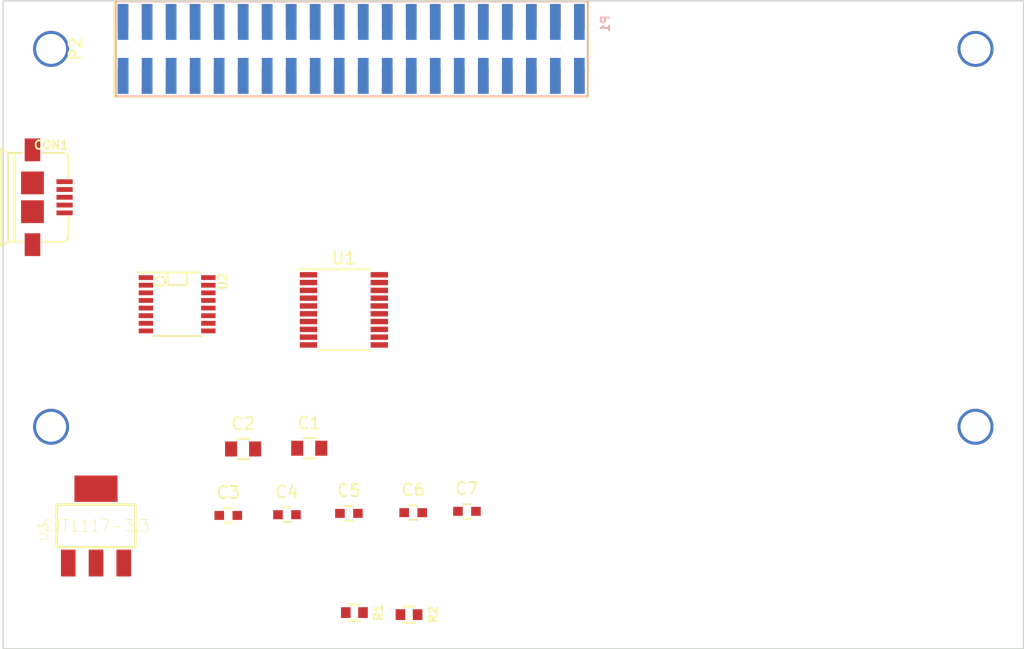
<source format=kicad_pcb>
(kicad_pcb (version 4) (host pcbnew "(2015-11-19 BZR 6326)-product")

  (general
    (links 68)
    (no_connects 68)
    (area 99.949999 99.949999 185.049493 154.050001)
    (thickness 1.6)
    (drawings 4)
    (tracks 0)
    (zones 0)
    (modules 19)
    (nets 79)
  )

  (page A4)
  (title_block
    (title "96Boards Mezzanine Project Template")
    (date 2015-08-08)
    (rev A)
    (company "Linaro Ltd")
  )

  (layers
    (0 F.Cu signal)
    (31 B.Cu signal hide)
    (32 B.Adhes user)
    (33 F.Adhes user)
    (34 B.Paste user)
    (35 F.Paste user)
    (36 B.SilkS user)
    (37 F.SilkS user)
    (38 B.Mask user)
    (39 F.Mask user)
    (40 Dwgs.User user hide)
    (41 Cmts.User user)
    (42 Eco1.User user)
    (43 Eco2.User user)
    (44 Edge.Cuts user)
    (45 Margin user)
    (46 B.CrtYd user)
    (47 F.CrtYd user hide)
    (48 B.Fab user hide)
    (49 F.Fab user hide)
  )

  (setup
    (last_trace_width 0.254)
    (user_trace_width 0.254)
    (user_trace_width 0.381)
    (user_trace_width 0.635)
    (trace_clearance 0.1778)
    (zone_clearance 0.508)
    (zone_45_only yes)
    (trace_min 0.1778)
    (segment_width 0.2)
    (edge_width 0.1)
    (via_size 0.6)
    (via_drill 0.4)
    (via_min_size 0.4)
    (via_min_drill 0.3)
    (uvia_size 0.3)
    (uvia_drill 0.1)
    (uvias_allowed no)
    (uvia_min_size 0.2)
    (uvia_min_drill 0.1)
    (pcb_text_width 0.3)
    (pcb_text_size 1.5 1.5)
    (mod_edge_width 0.15)
    (mod_text_size 1 1)
    (mod_text_width 0.15)
    (pad_size 3 3)
    (pad_drill 2.5)
    (pad_to_mask_clearance 0)
    (aux_axis_origin 100 100)
    (grid_origin 100 100)
    (visible_elements FFFFFF7B)
    (pcbplotparams
      (layerselection 0x010ef_80000001)
      (usegerberextensions false)
      (excludeedgelayer true)
      (linewidth 0.100000)
      (plotframeref false)
      (viasonmask false)
      (mode 1)
      (useauxorigin false)
      (hpglpennumber 1)
      (hpglpenspeed 20)
      (hpglpendiameter 15)
      (hpglpenoverlay 2)
      (psnegative false)
      (psa4output false)
      (plotreference true)
      (plotvalue true)
      (plotinvisibletext false)
      (padsonsilk false)
      (subtractmaskfromsilk false)
      (outputformat 1)
      (mirror false)
      (drillshape 0)
      (scaleselection 1)
      (outputdirectory gerbers/))
  )

  (net 0 "")
  (net 1 +1V8)
  (net 2 GND)
  (net 3 +5V)
  (net 4 I2C0_SCL)
  (net 5 I2C0_SDA)
  (net 6 I2C1_SCL)
  (net 7 I2C1_SDA)
  (net 8 GPIO-A)
  (net 9 GPIO-B)
  (net 10 PWR_BTN_N)
  (net 11 RST_BTN_N)
  (net 12 SYS_DCIN)
  (net 13 +3V3)
  (net 14 "Net-(P1-Pad8)")
  (net 15 "Net-(P1-Pad10)")
  (net 16 "Net-(P1-Pad12)")
  (net 17 "Net-(P1-Pad14)")
  (net 18 "Net-(P1-Pad16)")
  (net 19 "Net-(P1-Pad18)")
  (net 20 "Net-(P1-Pad20)")
  (net 21 "Net-(P1-Pad22)")
  (net 22 "Net-(P1-Pad26)")
  (net 23 "Net-(P1-Pad28)")
  (net 24 "Net-(P1-Pad30)")
  (net 25 "Net-(P1-Pad32)")
  (net 26 "Net-(P1-Pad34)")
  (net 27 UART_CTS)
  (net 28 UART_TX)
  (net 29 UART_RX)
  (net 30 UART_RTS)
  (net 31 "Net-(P1-Pad11)")
  (net 32 "Net-(P1-Pad13)")
  (net 33 "Net-(P1-Pad25)")
  (net 34 "Net-(P1-Pad27)")
  (net 35 "Net-(P1-Pad29)")
  (net 36 "Net-(P1-Pad31)")
  (net 37 "Net-(P1-Pad33)")
  (net 38 "Net-(P2-Pad11)")
  (net 39 "Net-(P2-Pad13)")
  (net 40 "Net-(P2-Pad25)")
  (net 41 "Net-(P2-Pad27)")
  (net 42 "Net-(P2-Pad29)")
  (net 43 "Net-(P2-Pad31)")
  (net 44 "Net-(P2-Pad33)")
  (net 45 "Net-(P2-Pad8)")
  (net 46 "Net-(P2-Pad10)")
  (net 47 "Net-(P2-Pad12)")
  (net 48 "Net-(P2-Pad14)")
  (net 49 "Net-(P2-Pad16)")
  (net 50 "Net-(P2-Pad18)")
  (net 51 "Net-(P2-Pad20)")
  (net 52 "Net-(P2-Pad22)")
  (net 53 "Net-(P2-Pad26)")
  (net 54 "Net-(P2-Pad28)")
  (net 55 "Net-(P2-Pad30)")
  (net 56 "Net-(P2-Pad32)")
  (net 57 "Net-(P2-Pad34)")
  (net 58 "Net-(U1-Pad8)")
  (net 59 "Net-(U1-Pad9)")
  (net 60 "Net-(U1-Pad10)")
  (net 61 "Net-(U1-Pad12)")
  (net 62 "Net-(U1-Pad13)")
  (net 63 "Net-(U1-Pad14)")
  (net 64 "Net-(U1-Pad15)")
  (net 65 "Net-(U1-Pad16)")
  (net 66 "Net-(U1-Pad17)")
  (net 67 "Net-(U1-Pad18)")
  (net 68 "Net-(U1-Pad19)")
  (net 69 "Net-(U1-Pad20)")
  (net 70 +3V3_FTDI)
  (net 71 "Net-(C4-Pad1)")
  (net 72 "Net-(C5-Pad1)")
  (net 73 VBUS)
  (net 74 "Net-(CON1-Pad4)")
  (net 75 "Net-(R1-Pad1)")
  (net 76 "Net-(R2-Pad1)")
  (net 77 "Net-(U2-Pad14)")
  (net 78 "Net-(U2-Pad15)")

  (net_class Default "This is the default net class."
    (clearance 0.1778)
    (trace_width 0.254)
    (via_dia 0.6)
    (via_drill 0.4)
    (uvia_dia 0.3)
    (uvia_drill 0.1)
    (add_net +3V3)
    (add_net +3V3_FTDI)
    (add_net GPIO-A)
    (add_net GPIO-B)
    (add_net I2C0_SCL)
    (add_net I2C0_SDA)
    (add_net I2C1_SCL)
    (add_net I2C1_SDA)
    (add_net "Net-(C4-Pad1)")
    (add_net "Net-(C5-Pad1)")
    (add_net "Net-(CON1-Pad4)")
    (add_net "Net-(P1-Pad10)")
    (add_net "Net-(P1-Pad11)")
    (add_net "Net-(P1-Pad12)")
    (add_net "Net-(P1-Pad13)")
    (add_net "Net-(P1-Pad14)")
    (add_net "Net-(P1-Pad16)")
    (add_net "Net-(P1-Pad18)")
    (add_net "Net-(P1-Pad20)")
    (add_net "Net-(P1-Pad22)")
    (add_net "Net-(P1-Pad25)")
    (add_net "Net-(P1-Pad26)")
    (add_net "Net-(P1-Pad27)")
    (add_net "Net-(P1-Pad28)")
    (add_net "Net-(P1-Pad29)")
    (add_net "Net-(P1-Pad30)")
    (add_net "Net-(P1-Pad31)")
    (add_net "Net-(P1-Pad32)")
    (add_net "Net-(P1-Pad33)")
    (add_net "Net-(P1-Pad34)")
    (add_net "Net-(P1-Pad8)")
    (add_net "Net-(P2-Pad10)")
    (add_net "Net-(P2-Pad11)")
    (add_net "Net-(P2-Pad12)")
    (add_net "Net-(P2-Pad13)")
    (add_net "Net-(P2-Pad14)")
    (add_net "Net-(P2-Pad16)")
    (add_net "Net-(P2-Pad18)")
    (add_net "Net-(P2-Pad20)")
    (add_net "Net-(P2-Pad22)")
    (add_net "Net-(P2-Pad25)")
    (add_net "Net-(P2-Pad26)")
    (add_net "Net-(P2-Pad27)")
    (add_net "Net-(P2-Pad28)")
    (add_net "Net-(P2-Pad29)")
    (add_net "Net-(P2-Pad30)")
    (add_net "Net-(P2-Pad31)")
    (add_net "Net-(P2-Pad32)")
    (add_net "Net-(P2-Pad33)")
    (add_net "Net-(P2-Pad34)")
    (add_net "Net-(P2-Pad8)")
    (add_net "Net-(R1-Pad1)")
    (add_net "Net-(R2-Pad1)")
    (add_net "Net-(U1-Pad10)")
    (add_net "Net-(U1-Pad12)")
    (add_net "Net-(U1-Pad13)")
    (add_net "Net-(U1-Pad14)")
    (add_net "Net-(U1-Pad15)")
    (add_net "Net-(U1-Pad16)")
    (add_net "Net-(U1-Pad17)")
    (add_net "Net-(U1-Pad18)")
    (add_net "Net-(U1-Pad19)")
    (add_net "Net-(U1-Pad20)")
    (add_net "Net-(U1-Pad8)")
    (add_net "Net-(U1-Pad9)")
    (add_net "Net-(U2-Pad14)")
    (add_net "Net-(U2-Pad15)")
    (add_net PWR_BTN_N)
    (add_net RST_BTN_N)
    (add_net SYS_DCIN)
    (add_net UART_CTS)
    (add_net UART_RTS)
    (add_net UART_RX)
    (add_net UART_TX)
    (add_net VBUS)
  )

  (net_class Power ""
    (clearance 0.1778)
    (trace_width 0.381)
    (via_dia 0.6)
    (via_drill 0.4)
    (uvia_dia 0.3)
    (uvia_drill 0.1)
    (add_net +1V8)
    (add_net +5V)
    (add_net GND)
  )

  (module mezza:Pin_Header_SMD_2x20_Pitch2mm (layer F.Cu) (tedit 55F865FA) (tstamp 55E599EB)
    (at 110 105 90)
    (path /55D48226)
    (fp_text reference P2 (at 1 -4 270) (layer F.SilkS)
      (effects (font (size 1 1) (thickness 0.15)))
    )
    (fp_text value CONN_02X20 (at 1 -2 90) (layer F.Fab) hide
      (effects (font (size 1 1) (thickness 0.15)))
    )
    (fp_line (start -3 -0.75) (end -3 38.75) (layer F.SilkS) (width 0.15))
    (fp_line (start 5 38.75) (end 5 -0.75) (layer F.SilkS) (width 0.15))
    (fp_line (start 5 -0.75) (end -3 -0.75) (layer F.SilkS) (width 0.15))
    (fp_line (start 5 38.75) (end -3 38.75) (layer F.SilkS) (width 0.15))
    (pad 5 smd rect (at -1.65 4) (size 0.89 2.1) (layers F.Cu F.Paste F.Mask)
      (net 28 UART_TX))
    (pad 3 smd rect (at -1.65 2) (size 0.89 2.1) (layers F.Cu F.Paste F.Mask)
      (net 27 UART_CTS))
    (pad 4 smd rect (at 3.65 2) (size 0.89 2.1) (layers F.Cu F.Paste F.Mask)
      (net 10 PWR_BTN_N))
    (pad 2 smd rect (at 3.65 -0.01) (size 0.89 2.1) (layers F.Cu F.Paste F.Mask)
      (net 2 GND))
    (pad 1 smd rect (at -1.65 -0.01) (size 0.89 2.1) (layers F.Cu F.Paste F.Mask)
      (net 2 GND))
    (pad 7 smd rect (at -1.65 6) (size 0.89 2.1) (layers F.Cu F.Paste F.Mask)
      (net 29 UART_RX))
    (pad 9 smd rect (at -1.65 8) (size 0.89 2.1) (layers F.Cu F.Paste F.Mask)
      (net 30 UART_RTS))
    (pad 11 smd rect (at -1.65 10) (size 0.89 2.1) (layers F.Cu F.Paste F.Mask)
      (net 38 "Net-(P2-Pad11)"))
    (pad 13 smd rect (at -1.65 12) (size 0.89 2.1) (layers F.Cu F.Paste F.Mask)
      (net 39 "Net-(P2-Pad13)"))
    (pad 15 smd rect (at -1.65 14) (size 0.89 2.1) (layers F.Cu F.Paste F.Mask)
      (net 4 I2C0_SCL))
    (pad 17 smd rect (at -1.65 16) (size 0.89 2.1) (layers F.Cu F.Paste F.Mask)
      (net 5 I2C0_SDA))
    (pad 19 smd rect (at -1.65 18) (size 0.89 2.1) (layers F.Cu F.Paste F.Mask)
      (net 6 I2C1_SCL))
    (pad 21 smd rect (at -1.65 20) (size 0.89 2.1) (layers F.Cu F.Paste F.Mask)
      (net 7 I2C1_SDA))
    (pad 23 smd rect (at -1.65 22) (size 0.89 2.1) (layers F.Cu F.Paste F.Mask)
      (net 8 GPIO-A))
    (pad 25 smd rect (at -1.65 24) (size 0.89 2.1) (layers F.Cu F.Paste F.Mask)
      (net 40 "Net-(P2-Pad25)"))
    (pad 27 smd rect (at -1.65 26) (size 0.89 2.1) (layers F.Cu F.Paste F.Mask)
      (net 41 "Net-(P2-Pad27)"))
    (pad 29 smd rect (at -1.65 28) (size 0.89 2.1) (layers F.Cu F.Paste F.Mask)
      (net 42 "Net-(P2-Pad29)"))
    (pad 31 smd rect (at -1.65 30) (size 0.89 2.1) (layers F.Cu F.Paste F.Mask)
      (net 43 "Net-(P2-Pad31)"))
    (pad 33 smd rect (at -1.65 32) (size 0.89 2.1) (layers F.Cu F.Paste F.Mask)
      (net 44 "Net-(P2-Pad33)"))
    (pad 35 smd rect (at -1.65 34) (size 0.89 2.1) (layers F.Cu F.Paste F.Mask)
      (net 1 +1V8))
    (pad 37 smd rect (at -1.65 36) (size 0.89 2.1) (layers F.Cu F.Paste F.Mask)
      (net 3 +5V))
    (pad 39 smd rect (at -1.65 38) (size 0.89 2.1) (layers F.Cu F.Paste F.Mask)
      (net 2 GND))
    (pad 6 smd rect (at 3.65 4) (size 0.89 2.1) (layers F.Cu F.Paste F.Mask)
      (net 11 RST_BTN_N))
    (pad 8 smd rect (at 3.65 6) (size 0.89 2.1) (layers F.Cu F.Paste F.Mask)
      (net 45 "Net-(P2-Pad8)"))
    (pad 10 smd rect (at 3.65 8) (size 0.89 2.1) (layers F.Cu F.Paste F.Mask)
      (net 46 "Net-(P2-Pad10)"))
    (pad 12 smd rect (at 3.65 10) (size 0.89 2.1) (layers F.Cu F.Paste F.Mask)
      (net 47 "Net-(P2-Pad12)"))
    (pad 14 smd rect (at 3.65 12) (size 0.89 2.1) (layers F.Cu F.Paste F.Mask)
      (net 48 "Net-(P2-Pad14)"))
    (pad 16 smd rect (at 3.65 14) (size 0.89 2.1) (layers F.Cu F.Paste F.Mask)
      (net 49 "Net-(P2-Pad16)"))
    (pad 18 smd rect (at 3.65 16) (size 0.89 2.1) (layers F.Cu F.Paste F.Mask)
      (net 50 "Net-(P2-Pad18)"))
    (pad 20 smd rect (at 3.65 18) (size 0.89 2.1) (layers F.Cu F.Paste F.Mask)
      (net 51 "Net-(P2-Pad20)"))
    (pad 22 smd rect (at 3.65 20) (size 0.89 2.1) (layers F.Cu F.Paste F.Mask)
      (net 52 "Net-(P2-Pad22)"))
    (pad 24 smd rect (at 3.65 22) (size 0.89 2.1) (layers F.Cu F.Paste F.Mask)
      (net 9 GPIO-B))
    (pad 26 smd rect (at 3.65 24) (size 0.89 2.1) (layers F.Cu F.Paste F.Mask)
      (net 53 "Net-(P2-Pad26)"))
    (pad 28 smd rect (at 3.65 26) (size 0.89 2.1) (layers F.Cu F.Paste F.Mask)
      (net 54 "Net-(P2-Pad28)"))
    (pad 30 smd rect (at 3.65 28) (size 0.89 2.1) (layers F.Cu F.Paste F.Mask)
      (net 55 "Net-(P2-Pad30)"))
    (pad 32 smd rect (at 3.65 30) (size 0.89 2.1) (layers F.Cu F.Paste F.Mask)
      (net 56 "Net-(P2-Pad32)"))
    (pad 34 smd rect (at 3.65 32) (size 0.89 2.1) (layers F.Cu F.Paste F.Mask)
      (net 57 "Net-(P2-Pad34)"))
    (pad 36 smd rect (at 3.65 34) (size 0.89 2.1) (layers F.Cu F.Paste F.Mask)
      (net 12 SYS_DCIN))
    (pad 38 smd rect (at 3.65 36) (size 0.89 2.1) (layers F.Cu F.Paste F.Mask)
      (net 12 SYS_DCIN))
    (pad 40 smd rect (at 3.65 38) (size 0.89 2.1) (layers F.Cu F.Paste F.Mask)
      (net 2 GND))
    (model Socket_Strips.3dshapes/Socket_Strip_Straight_2x20.wrl
      (at (xyz 0.0394 -0.749 0.01576))
      (scale (xyz 0.787 0.787 0.5))
      (rotate (xyz 0 0 90))
    )
  )

  (module mezza:Socket_Strip_SMD_2x20_Pitch2mm (layer B.Cu) (tedit 55F9A19C) (tstamp 55DED247)
    (at 110 105 270)
    (path /55D44709)
    (attr smd)
    (fp_text reference P1 (at -3.095 -40.165 270) (layer B.SilkS)
      (effects (font (size 0.7 0.7) (thickness 0.15)) (justify mirror))
    )
    (fp_text value CONN_02X20 (at -1 2 270) (layer B.Fab) hide
      (effects (font (size 0.5 0.5) (thickness 0.125)) (justify mirror))
    )
    (fp_line (start -4.95 0.6) (end -4.95 -38.7) (layer B.SilkS) (width 0.15))
    (fp_line (start -4.95 -38.7) (end 2.95 -38.7) (layer B.SilkS) (width 0.15))
    (fp_line (start -4.95 0.6) (end 2.95 0.6) (layer B.SilkS) (width 0.15))
    (fp_line (start 2.95 0.6) (end 2.95 -38.7) (layer B.SilkS) (width 0.15))
    (pad "" np_thru_hole circle (at -1 -37) (size 1.2 1.2) (drill 1.2) (layers *.Cu *.Mask B.SilkS))
    (pad 1 smd rect (at 1.25 0) (size 0.89 3) (layers B.Cu B.Paste B.Mask)
      (net 2 GND))
    (pad 2 smd rect (at -3.25 0.01) (size 0.89 3) (layers B.Cu B.Paste B.Mask)
      (net 2 GND))
    (pad "" np_thru_hole circle (at -1 -1) (size 1.2 1.2) (drill 1.2) (layers *.Cu *.Mask B.SilkS))
    (pad 4 smd rect (at -3.25 -2) (size 0.89 3) (layers B.Cu B.Paste B.Mask)
      (net 10 PWR_BTN_N))
    (pad 6 smd rect (at -3.25 -4) (size 0.89 3) (layers B.Cu B.Paste B.Mask)
      (net 11 RST_BTN_N))
    (pad 8 smd rect (at -3.25 -6) (size 0.89 3) (layers B.Cu B.Paste B.Mask)
      (net 14 "Net-(P1-Pad8)"))
    (pad 10 smd rect (at -3.25 -8) (size 0.89 3) (layers B.Cu B.Paste B.Mask)
      (net 15 "Net-(P1-Pad10)"))
    (pad 12 smd rect (at -3.25 -10) (size 0.89 3) (layers B.Cu B.Paste B.Mask)
      (net 16 "Net-(P1-Pad12)"))
    (pad 14 smd rect (at -3.25 -12) (size 0.89 3) (layers B.Cu B.Paste B.Mask)
      (net 17 "Net-(P1-Pad14)"))
    (pad 16 smd rect (at -3.25 -14) (size 0.89 3) (layers B.Cu B.Paste B.Mask)
      (net 18 "Net-(P1-Pad16)"))
    (pad 18 smd rect (at -3.25 -16) (size 0.89 3) (layers B.Cu B.Paste B.Mask)
      (net 19 "Net-(P1-Pad18)"))
    (pad 20 smd rect (at -3.25 -18) (size 0.89 3) (layers B.Cu B.Paste B.Mask)
      (net 20 "Net-(P1-Pad20)"))
    (pad 22 smd rect (at -3.25 -20) (size 0.89 3) (layers B.Cu B.Paste B.Mask)
      (net 21 "Net-(P1-Pad22)"))
    (pad 24 smd rect (at -3.25 -22) (size 0.89 3) (layers B.Cu B.Paste B.Mask)
      (net 9 GPIO-B))
    (pad 26 smd rect (at -3.25 -24) (size 0.89 3) (layers B.Cu B.Paste B.Mask)
      (net 22 "Net-(P1-Pad26)"))
    (pad 28 smd rect (at -3.25 -26) (size 0.89 3) (layers B.Cu B.Paste B.Mask)
      (net 23 "Net-(P1-Pad28)"))
    (pad 30 smd rect (at -3.25 -28) (size 0.89 3) (layers B.Cu B.Paste B.Mask)
      (net 24 "Net-(P1-Pad30)"))
    (pad 32 smd rect (at -3.25 -30) (size 0.89 3) (layers B.Cu B.Paste B.Mask)
      (net 25 "Net-(P1-Pad32)"))
    (pad 34 smd rect (at -3.25 -32) (size 0.89 3) (layers B.Cu B.Paste B.Mask)
      (net 26 "Net-(P1-Pad34)"))
    (pad 36 smd rect (at -3.25 -34) (size 0.89 3) (layers B.Cu B.Paste B.Mask)
      (net 12 SYS_DCIN))
    (pad 38 smd rect (at -3.25 -36) (size 0.89 3) (layers B.Cu B.Paste B.Mask)
      (net 12 SYS_DCIN))
    (pad 40 smd rect (at -3.25 -38) (size 0.89 3) (layers B.Cu B.Paste B.Mask)
      (net 2 GND))
    (pad 3 smd rect (at 1.25 -2) (size 0.89 3) (layers B.Cu B.Paste B.Mask)
      (net 27 UART_CTS))
    (pad 5 smd rect (at 1.25 -4) (size 0.89 3) (layers B.Cu B.Paste B.Mask)
      (net 28 UART_TX))
    (pad 7 smd rect (at 1.25 -6) (size 0.89 3) (layers B.Cu B.Paste B.Mask)
      (net 29 UART_RX))
    (pad 9 smd rect (at 1.25 -8) (size 0.89 3) (layers B.Cu B.Paste B.Mask)
      (net 30 UART_RTS))
    (pad 11 smd rect (at 1.25 -10) (size 0.89 3) (layers B.Cu B.Paste B.Mask)
      (net 31 "Net-(P1-Pad11)"))
    (pad 13 smd rect (at 1.25 -12) (size 0.89 3) (layers B.Cu B.Paste B.Mask)
      (net 32 "Net-(P1-Pad13)"))
    (pad 15 smd rect (at 1.25 -14) (size 0.89 3) (layers B.Cu B.Paste B.Mask)
      (net 4 I2C0_SCL))
    (pad 17 smd rect (at 1.25 -16) (size 0.89 3) (layers B.Cu B.Paste B.Mask)
      (net 5 I2C0_SDA))
    (pad 19 smd rect (at 1.25 -18) (size 0.89 3) (layers B.Cu B.Paste B.Mask)
      (net 6 I2C1_SCL))
    (pad 21 smd rect (at 1.25 -20) (size 0.89 3) (layers B.Cu B.Paste B.Mask)
      (net 7 I2C1_SDA))
    (pad 23 smd rect (at 1.25 -22) (size 0.89 3) (layers B.Cu B.Paste B.Mask)
      (net 8 GPIO-A))
    (pad 25 smd rect (at 1.25 -24) (size 0.89 3) (layers B.Cu B.Paste B.Mask)
      (net 33 "Net-(P1-Pad25)"))
    (pad 27 smd rect (at 1.25 -26) (size 0.89 3) (layers B.Cu B.Paste B.Mask)
      (net 34 "Net-(P1-Pad27)"))
    (pad 29 smd rect (at 1.25 -28) (size 0.89 3) (layers B.Cu B.Paste B.Mask)
      (net 35 "Net-(P1-Pad29)"))
    (pad 31 smd rect (at 1.25 -30) (size 0.89 3) (layers B.Cu B.Paste B.Mask)
      (net 36 "Net-(P1-Pad31)"))
    (pad 33 smd rect (at 1.25 -32) (size 0.89 3) (layers B.Cu B.Paste B.Mask)
      (net 37 "Net-(P1-Pad33)"))
    (pad 35 smd rect (at 1.25 -34) (size 0.89 3) (layers B.Cu B.Paste B.Mask)
      (net 1 +1V8))
    (pad 37 smd rect (at 1.25 -36) (size 0.89 3) (layers B.Cu B.Paste B.Mask)
      (net 3 +5V))
    (pad 39 smd rect (at 1.25 -38) (size 0.89 3) (layers B.Cu B.Paste B.Mask)
      (net 2 GND))
    (model Pin_Headers.3dshapes/Pin_Header_Straight_2x20.wrl
      (at (xyz -0.0394 -0.749 0.01576))
      (scale (xyz 0.787 0.787 0.5))
      (rotate (xyz 0 0 90))
    )
  )

  (module Sensors:Hole_2.5MM locked (layer F.Cu) (tedit 55DECD77) (tstamp 55F48FD6)
    (at 104 138)
    (fp_text reference REF** (at 0 0.5) (layer F.SilkS) hide
      (effects (font (size 1 1) (thickness 0.15)))
    )
    (fp_text value Hole_2.5MM (at 0 -0.5) (layer F.Fab) hide
      (effects (font (size 1 1) (thickness 0.15)))
    )
    (pad 1 thru_hole circle (at 0 -2.5) (size 3 3) (drill 2.5) (layers *.Cu *.Mask))
  )

  (module Sensors:Hole_2.5MM locked (layer F.Cu) (tedit 55DECD77) (tstamp 55DED4DA)
    (at 181 138)
    (fp_text reference REF** (at 0 0.5) (layer F.SilkS) hide
      (effects (font (size 1 1) (thickness 0.15)))
    )
    (fp_text value Hole_2.5MM (at 0 -0.5) (layer F.Fab) hide
      (effects (font (size 1 1) (thickness 0.15)))
    )
    (pad 1 thru_hole circle (at 0 -2.5) (size 3 3) (drill 2.5) (layers *.Cu *.Mask))
  )

  (module Sensors:Hole_2.5MM locked (layer F.Cu) (tedit 55C6917D) (tstamp 55C69203)
    (at 181 104)
    (fp_text reference REF** (at 0 0.5) (layer F.SilkS) hide
      (effects (font (size 1 1) (thickness 0.15)))
    )
    (fp_text value Hole_2.5MM (at 0 -0.5) (layer F.Fab) hide
      (effects (font (size 1 1) (thickness 0.15)))
    )
    (pad 1 thru_hole circle (at 0 0) (size 3 3) (drill 2.5) (layers *.Cu *.Mask))
  )

  (module Sensors:Hole_2.5MM locked (layer F.Cu) (tedit 55C743C8) (tstamp 55C691E1)
    (at 104 104)
    (fp_text reference REF** (at 0 0.5) (layer F.SilkS) hide
      (effects (font (size 1 1) (thickness 0.15)))
    )
    (fp_text value Hole_2.5MM (at 0 -0.5) (layer F.Fab) hide
      (effects (font (size 1 1) (thickness 0.15)))
    )
    (pad 1 thru_hole circle (at 0 0) (size 3 3) (drill 2.5) (layers *.Cu *.Mask))
  )

  (module Capacitors_SMD:C_0805 (layer F.Cu) (tedit 5415D6EA) (tstamp 564CACD2)
    (at 125.5 137.29)
    (descr "Capacitor SMD 0805, reflow soldering, AVX (see smccp.pdf)")
    (tags "capacitor 0805")
    (path /55C57889)
    (attr smd)
    (fp_text reference C1 (at 0 -2.1) (layer F.SilkS)
      (effects (font (size 1 1) (thickness 0.15)))
    )
    (fp_text value 1uF (at 0 2.1) (layer F.Fab)
      (effects (font (size 1 1) (thickness 0.15)))
    )
    (fp_line (start -1.8 -1) (end 1.8 -1) (layer F.CrtYd) (width 0.05))
    (fp_line (start -1.8 1) (end 1.8 1) (layer F.CrtYd) (width 0.05))
    (fp_line (start -1.8 -1) (end -1.8 1) (layer F.CrtYd) (width 0.05))
    (fp_line (start 1.8 -1) (end 1.8 1) (layer F.CrtYd) (width 0.05))
    (fp_line (start 0.5 -0.85) (end -0.5 -0.85) (layer F.SilkS) (width 0.15))
    (fp_line (start -0.5 0.85) (end 0.5 0.85) (layer F.SilkS) (width 0.15))
    (pad 1 smd rect (at -1 0) (size 1 1.25) (layers F.Cu F.Paste F.Mask)
      (net 13 +3V3))
    (pad 2 smd rect (at 1 0) (size 1 1.25) (layers F.Cu F.Paste F.Mask)
      (net 2 GND))
    (model Capacitors_SMD.3dshapes/C_0805.wrl
      (at (xyz 0 0 0))
      (scale (xyz 1 1 1))
      (rotate (xyz 0 0 0))
    )
  )

  (module Capacitors_SMD:C_0805 (layer F.Cu) (tedit 5415D6EA) (tstamp 564CACDE)
    (at 119.99 137.35)
    (descr "Capacitor SMD 0805, reflow soldering, AVX (see smccp.pdf)")
    (tags "capacitor 0805")
    (path /55BEB167)
    (attr smd)
    (fp_text reference C2 (at 0 -2.1) (layer F.SilkS)
      (effects (font (size 1 1) (thickness 0.15)))
    )
    (fp_text value 1uF (at 0 2.1) (layer F.Fab)
      (effects (font (size 1 1) (thickness 0.15)))
    )
    (fp_line (start -1.8 -1) (end 1.8 -1) (layer F.CrtYd) (width 0.05))
    (fp_line (start -1.8 1) (end 1.8 1) (layer F.CrtYd) (width 0.05))
    (fp_line (start -1.8 -1) (end -1.8 1) (layer F.CrtYd) (width 0.05))
    (fp_line (start 1.8 -1) (end 1.8 1) (layer F.CrtYd) (width 0.05))
    (fp_line (start 0.5 -0.85) (end -0.5 -0.85) (layer F.SilkS) (width 0.15))
    (fp_line (start -0.5 0.85) (end 0.5 0.85) (layer F.SilkS) (width 0.15))
    (pad 1 smd rect (at -1 0) (size 1 1.25) (layers F.Cu F.Paste F.Mask)
      (net 1 +1V8))
    (pad 2 smd rect (at 1 0) (size 1 1.25) (layers F.Cu F.Paste F.Mask)
      (net 2 GND))
    (model Capacitors_SMD.3dshapes/C_0805.wrl
      (at (xyz 0 0 0))
      (scale (xyz 1 1 1))
      (rotate (xyz 0 0 0))
    )
  )

  (module Housings_SSOP:TSSOP-20_4.4x6.5mm_Pitch0.65mm (layer F.Cu) (tedit 54130A77) (tstamp 564CACFC)
    (at 128.39 125.755)
    (descr "20-Lead Plastic Thin Shrink Small Outline (ST)-4.4 mm Body [TSSOP] (see Microchip Packaging Specification 00000049BS.pdf)")
    (tags "SSOP 0.65")
    (path /55F16AB4)
    (attr smd)
    (fp_text reference U1 (at 0 -4.3) (layer F.SilkS)
      (effects (font (size 1 1) (thickness 0.15)))
    )
    (fp_text value TXS0108E (at 0 4.3) (layer F.Fab)
      (effects (font (size 1 1) (thickness 0.15)))
    )
    (fp_line (start -3.95 -3.55) (end -3.95 3.55) (layer F.CrtYd) (width 0.05))
    (fp_line (start 3.95 -3.55) (end 3.95 3.55) (layer F.CrtYd) (width 0.05))
    (fp_line (start -3.95 -3.55) (end 3.95 -3.55) (layer F.CrtYd) (width 0.05))
    (fp_line (start -3.95 3.55) (end 3.95 3.55) (layer F.CrtYd) (width 0.05))
    (fp_line (start -2.225 3.375) (end 2.225 3.375) (layer F.SilkS) (width 0.15))
    (fp_line (start -3.75 -3.375) (end 2.225 -3.375) (layer F.SilkS) (width 0.15))
    (pad 1 smd rect (at -2.95 -2.925) (size 1.45 0.45) (layers F.Cu F.Paste F.Mask)
      (net 4 I2C0_SCL))
    (pad 2 smd rect (at -2.95 -2.275) (size 1.45 0.45) (layers F.Cu F.Paste F.Mask)
      (net 13 +3V3))
    (pad 3 smd rect (at -2.95 -1.625) (size 1.45 0.45) (layers F.Cu F.Paste F.Mask)
      (net 6 I2C1_SCL))
    (pad 4 smd rect (at -2.95 -0.975) (size 1.45 0.45) (layers F.Cu F.Paste F.Mask)
      (net 7 I2C1_SDA))
    (pad 5 smd rect (at -2.95 -0.325) (size 1.45 0.45) (layers F.Cu F.Paste F.Mask)
      (net 5 I2C0_SDA))
    (pad 6 smd rect (at -2.95 0.325) (size 1.45 0.45) (layers F.Cu F.Paste F.Mask)
      (net 8 GPIO-A))
    (pad 7 smd rect (at -2.95 0.975) (size 1.45 0.45) (layers F.Cu F.Paste F.Mask)
      (net 9 GPIO-B))
    (pad 8 smd rect (at -2.95 1.625) (size 1.45 0.45) (layers F.Cu F.Paste F.Mask)
      (net 58 "Net-(U1-Pad8)"))
    (pad 9 smd rect (at -2.95 2.275) (size 1.45 0.45) (layers F.Cu F.Paste F.Mask)
      (net 59 "Net-(U1-Pad9)"))
    (pad 10 smd rect (at -2.95 2.925) (size 1.45 0.45) (layers F.Cu F.Paste F.Mask)
      (net 60 "Net-(U1-Pad10)"))
    (pad 11 smd rect (at 2.95 2.925) (size 1.45 0.45) (layers F.Cu F.Paste F.Mask)
      (net 2 GND))
    (pad 12 smd rect (at 2.95 2.275) (size 1.45 0.45) (layers F.Cu F.Paste F.Mask)
      (net 61 "Net-(U1-Pad12)"))
    (pad 13 smd rect (at 2.95 1.625) (size 1.45 0.45) (layers F.Cu F.Paste F.Mask)
      (net 62 "Net-(U1-Pad13)"))
    (pad 14 smd rect (at 2.95 0.975) (size 1.45 0.45) (layers F.Cu F.Paste F.Mask)
      (net 63 "Net-(U1-Pad14)"))
    (pad 15 smd rect (at 2.95 0.325) (size 1.45 0.45) (layers F.Cu F.Paste F.Mask)
      (net 64 "Net-(U1-Pad15)"))
    (pad 16 smd rect (at 2.95 -0.325) (size 1.45 0.45) (layers F.Cu F.Paste F.Mask)
      (net 65 "Net-(U1-Pad16)"))
    (pad 17 smd rect (at 2.95 -0.975) (size 1.45 0.45) (layers F.Cu F.Paste F.Mask)
      (net 66 "Net-(U1-Pad17)"))
    (pad 18 smd rect (at 2.95 -1.625) (size 1.45 0.45) (layers F.Cu F.Paste F.Mask)
      (net 67 "Net-(U1-Pad18)"))
    (pad 19 smd rect (at 2.95 -2.275) (size 1.45 0.45) (layers F.Cu F.Paste F.Mask)
      (net 68 "Net-(U1-Pad19)"))
    (pad 20 smd rect (at 2.95 -2.925) (size 1.45 0.45) (layers F.Cu F.Paste F.Mask)
      (net 69 "Net-(U1-Pad20)"))
    (model Housings_SSOP.3dshapes/TSSOP-20_4.4x6.5mm_Pitch0.65mm.wrl
      (at (xyz 0 0 0))
      (scale (xyz 1 1 1))
      (rotate (xyz 0 0 0))
    )
  )

  (module mezza:SOT223 (layer F.Cu) (tedit 0) (tstamp 564CAD15)
    (at 107.741 143.761)
    (descr "<b>SMALL OUTLINE TRANSISTOR</b>")
    (path /55BEAC34)
    (solder_mask_margin 0.1)
    (attr smd)
    (fp_text reference U3 (at -4.3688 0.508 90) (layer F.SilkS)
      (effects (font (size 0.8 0.8) (thickness 0.05)))
    )
    (fp_text value CJT1117-3.3 (at 0 0) (layer F.SilkS)
      (effects (font (size 1 0.9) (thickness 0.05)))
    )
    (fp_line (start 3.277 -1.778) (end 3.277 1.778) (layer F.SilkS) (width 0.2032))
    (fp_line (start 3.277 1.778) (end -3.277 1.778) (layer F.SilkS) (width 0.2032))
    (fp_line (start -3.277 1.778) (end -3.277 -1.778) (layer F.SilkS) (width 0.2032))
    (fp_line (start -3.277 -1.778) (end 3.277 -1.778) (layer F.SilkS) (width 0.2032))
    (fp_line (start -3.473 -4.483) (end 3.473 -4.483) (layer Dwgs.User) (width 0.0508))
    (fp_line (start 3.473 4.483) (end -3.473 4.483) (layer Dwgs.User) (width 0.0508))
    (fp_line (start -3.473 4.483) (end -3.473 -4.483) (layer Dwgs.User) (width 0.0508))
    (fp_line (start 3.473 -4.483) (end 3.473 4.483) (layer Dwgs.User) (width 0.0508))
    (fp_poly (pts (xy -1.6002 -3.6576) (xy 1.6002 -3.6576) (xy 1.6002 -1.8034) (xy -1.6002 -1.8034)) (layer Dwgs.User) (width 0.381))
    (fp_poly (pts (xy -0.4318 1.8034) (xy 0.4318 1.8034) (xy 0.4318 3.6576) (xy -0.4318 3.6576)) (layer Dwgs.User) (width 0.381))
    (fp_poly (pts (xy -2.7432 1.8034) (xy -1.8796 1.8034) (xy -1.8796 3.6576) (xy -2.7432 3.6576)) (layer Dwgs.User) (width 0.381))
    (fp_poly (pts (xy 1.8796 1.8034) (xy 2.7432 1.8034) (xy 2.7432 3.6576) (xy 1.8796 3.6576)) (layer Dwgs.User) (width 0.381))
    (fp_poly (pts (xy -1.6002 -3.6576) (xy 1.6002 -3.6576) (xy 1.6002 -1.8034) (xy -1.6002 -1.8034)) (layer Dwgs.User) (width 0.381))
    (fp_poly (pts (xy -0.4318 1.8034) (xy 0.4318 1.8034) (xy 0.4318 3.6576) (xy -0.4318 3.6576)) (layer Dwgs.User) (width 0.381))
    (fp_poly (pts (xy -2.7432 1.8034) (xy -1.8796 1.8034) (xy -1.8796 3.6576) (xy -2.7432 3.6576)) (layer Dwgs.User) (width 0.381))
    (fp_poly (pts (xy 1.8796 1.8034) (xy 2.7432 1.8034) (xy 2.7432 3.6576) (xy 1.8796 3.6576)) (layer Dwgs.User) (width 0.381))
    (fp_poly (pts (xy -1 -1) (xy 1 -1) (xy 1 1) (xy -1 1)) (layer Dwgs.User) (width 0.381))
    (pad 1 smd rect (at -2.311 3.099) (size 1.219 2.235) (layers F.Cu F.Paste F.Mask)
      (net 2 GND) (solder_mask_margin 0.2))
    (pad 2 smd rect (at 0 3.099) (size 1.219 2.235) (layers F.Cu F.Paste F.Mask)
      (net 1 +1V8) (solder_mask_margin 0.2))
    (pad 3 smd rect (at 2.311 3.099) (size 1.219 2.235) (layers F.Cu F.Paste F.Mask)
      (net 13 +3V3) (solder_mask_margin 0.2))
    (pad 4 smd rect (at 0 -3.099) (size 3.6 2.2) (layers F.Cu F.Paste F.Mask)
      (solder_mask_margin 0.2))
    (model TO_SOT_Packages_SMD.3dshapes/SOT-223.wrl
      (at (xyz 0 0 0))
      (scale (xyz 0.4 0.4 0.4))
      (rotate (xyz 0 0 0))
    )
  )

  (module Capacitors_SMD:C_0603 (layer F.Cu) (tedit 5415D631) (tstamp 56530431)
    (at 118.76 142.89)
    (descr "Capacitor SMD 0603, reflow soldering, AVX (see smccp.pdf)")
    (tags "capacitor 0603")
    (path /56433135)
    (attr smd)
    (fp_text reference C3 (at 0 -1.9) (layer F.SilkS)
      (effects (font (size 1 1) (thickness 0.15)))
    )
    (fp_text value 100nF (at 0 1.9) (layer F.Fab)
      (effects (font (size 1 1) (thickness 0.15)))
    )
    (fp_line (start -1.45 -0.75) (end 1.45 -0.75) (layer F.CrtYd) (width 0.05))
    (fp_line (start -1.45 0.75) (end 1.45 0.75) (layer F.CrtYd) (width 0.05))
    (fp_line (start -1.45 -0.75) (end -1.45 0.75) (layer F.CrtYd) (width 0.05))
    (fp_line (start 1.45 -0.75) (end 1.45 0.75) (layer F.CrtYd) (width 0.05))
    (fp_line (start -0.35 -0.6) (end 0.35 -0.6) (layer F.SilkS) (width 0.15))
    (fp_line (start 0.35 0.6) (end -0.35 0.6) (layer F.SilkS) (width 0.15))
    (pad 1 smd rect (at -0.75 0) (size 0.8 0.75) (layers F.Cu F.Paste F.Mask)
      (net 70 +3V3_FTDI))
    (pad 2 smd rect (at 0.75 0) (size 0.8 0.75) (layers F.Cu F.Paste F.Mask)
      (net 2 GND))
    (model Capacitors_SMD.3dshapes/C_0603.wrl
      (at (xyz 0 0 0))
      (scale (xyz 1 1 1))
      (rotate (xyz 0 0 0))
    )
  )

  (module Capacitors_SMD:C_0603 (layer F.Cu) (tedit 5415D631) (tstamp 5653043D)
    (at 123.65 142.83)
    (descr "Capacitor SMD 0603, reflow soldering, AVX (see smccp.pdf)")
    (tags "capacitor 0603")
    (path /564CE22E)
    (attr smd)
    (fp_text reference C4 (at 0 -1.9) (layer F.SilkS)
      (effects (font (size 1 1) (thickness 0.15)))
    )
    (fp_text value 39pF (at 0 1.9) (layer F.Fab)
      (effects (font (size 1 1) (thickness 0.15)))
    )
    (fp_line (start -1.45 -0.75) (end 1.45 -0.75) (layer F.CrtYd) (width 0.05))
    (fp_line (start -1.45 0.75) (end 1.45 0.75) (layer F.CrtYd) (width 0.05))
    (fp_line (start -1.45 -0.75) (end -1.45 0.75) (layer F.CrtYd) (width 0.05))
    (fp_line (start 1.45 -0.75) (end 1.45 0.75) (layer F.CrtYd) (width 0.05))
    (fp_line (start -0.35 -0.6) (end 0.35 -0.6) (layer F.SilkS) (width 0.15))
    (fp_line (start 0.35 0.6) (end -0.35 0.6) (layer F.SilkS) (width 0.15))
    (pad 1 smd rect (at -0.75 0) (size 0.8 0.75) (layers F.Cu F.Paste F.Mask)
      (net 71 "Net-(C4-Pad1)"))
    (pad 2 smd rect (at 0.75 0) (size 0.8 0.75) (layers F.Cu F.Paste F.Mask)
      (net 2 GND))
    (model Capacitors_SMD.3dshapes/C_0603.wrl
      (at (xyz 0 0 0))
      (scale (xyz 1 1 1))
      (rotate (xyz 0 0 0))
    )
  )

  (module Capacitors_SMD:C_0603 (layer F.Cu) (tedit 5415D631) (tstamp 56530449)
    (at 128.81 142.72)
    (descr "Capacitor SMD 0603, reflow soldering, AVX (see smccp.pdf)")
    (tags "capacitor 0603")
    (path /564CDF7A)
    (attr smd)
    (fp_text reference C5 (at 0 -1.9) (layer F.SilkS)
      (effects (font (size 1 1) (thickness 0.15)))
    )
    (fp_text value 39pF (at 0 1.9) (layer F.Fab)
      (effects (font (size 1 1) (thickness 0.15)))
    )
    (fp_line (start -1.45 -0.75) (end 1.45 -0.75) (layer F.CrtYd) (width 0.05))
    (fp_line (start -1.45 0.75) (end 1.45 0.75) (layer F.CrtYd) (width 0.05))
    (fp_line (start -1.45 -0.75) (end -1.45 0.75) (layer F.CrtYd) (width 0.05))
    (fp_line (start 1.45 -0.75) (end 1.45 0.75) (layer F.CrtYd) (width 0.05))
    (fp_line (start -0.35 -0.6) (end 0.35 -0.6) (layer F.SilkS) (width 0.15))
    (fp_line (start 0.35 0.6) (end -0.35 0.6) (layer F.SilkS) (width 0.15))
    (pad 1 smd rect (at -0.75 0) (size 0.8 0.75) (layers F.Cu F.Paste F.Mask)
      (net 72 "Net-(C5-Pad1)"))
    (pad 2 smd rect (at 0.75 0) (size 0.8 0.75) (layers F.Cu F.Paste F.Mask)
      (net 2 GND))
    (model Capacitors_SMD.3dshapes/C_0603.wrl
      (at (xyz 0 0 0))
      (scale (xyz 1 1 1))
      (rotate (xyz 0 0 0))
    )
  )

  (module Capacitors_SMD:C_0603 (layer F.Cu) (tedit 5415D631) (tstamp 56530455)
    (at 134.16 142.66)
    (descr "Capacitor SMD 0603, reflow soldering, AVX (see smccp.pdf)")
    (tags "capacitor 0603")
    (path /564CED04)
    (attr smd)
    (fp_text reference C6 (at 0 -1.9) (layer F.SilkS)
      (effects (font (size 1 1) (thickness 0.15)))
    )
    (fp_text value 1uF (at 0 1.9) (layer F.Fab)
      (effects (font (size 1 1) (thickness 0.15)))
    )
    (fp_line (start -1.45 -0.75) (end 1.45 -0.75) (layer F.CrtYd) (width 0.05))
    (fp_line (start -1.45 0.75) (end 1.45 0.75) (layer F.CrtYd) (width 0.05))
    (fp_line (start -1.45 -0.75) (end -1.45 0.75) (layer F.CrtYd) (width 0.05))
    (fp_line (start 1.45 -0.75) (end 1.45 0.75) (layer F.CrtYd) (width 0.05))
    (fp_line (start -0.35 -0.6) (end 0.35 -0.6) (layer F.SilkS) (width 0.15))
    (fp_line (start 0.35 0.6) (end -0.35 0.6) (layer F.SilkS) (width 0.15))
    (pad 1 smd rect (at -0.75 0) (size 0.8 0.75) (layers F.Cu F.Paste F.Mask)
      (net 73 VBUS))
    (pad 2 smd rect (at 0.75 0) (size 0.8 0.75) (layers F.Cu F.Paste F.Mask)
      (net 2 GND))
    (model Capacitors_SMD.3dshapes/C_0603.wrl
      (at (xyz 0 0 0))
      (scale (xyz 1 1 1))
      (rotate (xyz 0 0 0))
    )
  )

  (module Capacitors_SMD:C_0603 (layer F.Cu) (tedit 5415D631) (tstamp 56530461)
    (at 138.64 142.55)
    (descr "Capacitor SMD 0603, reflow soldering, AVX (see smccp.pdf)")
    (tags "capacitor 0603")
    (path /564CED40)
    (attr smd)
    (fp_text reference C7 (at 0 -1.9) (layer F.SilkS)
      (effects (font (size 1 1) (thickness 0.15)))
    )
    (fp_text value 100nF (at 0 1.9) (layer F.Fab)
      (effects (font (size 1 1) (thickness 0.15)))
    )
    (fp_line (start -1.45 -0.75) (end 1.45 -0.75) (layer F.CrtYd) (width 0.05))
    (fp_line (start -1.45 0.75) (end 1.45 0.75) (layer F.CrtYd) (width 0.05))
    (fp_line (start -1.45 -0.75) (end -1.45 0.75) (layer F.CrtYd) (width 0.05))
    (fp_line (start 1.45 -0.75) (end 1.45 0.75) (layer F.CrtYd) (width 0.05))
    (fp_line (start -0.35 -0.6) (end 0.35 -0.6) (layer F.SilkS) (width 0.15))
    (fp_line (start 0.35 0.6) (end -0.35 0.6) (layer F.SilkS) (width 0.15))
    (pad 1 smd rect (at -0.75 0) (size 0.8 0.75) (layers F.Cu F.Paste F.Mask)
      (net 73 VBUS))
    (pad 2 smd rect (at 0.75 0) (size 0.8 0.75) (layers F.Cu F.Paste F.Mask)
      (net 2 GND))
    (model Capacitors_SMD.3dshapes/C_0603.wrl
      (at (xyz 0 0 0))
      (scale (xyz 1 1 1))
      (rotate (xyz 0 0 0))
    )
  )

  (module mezza:USB_MICRO_B_ST-USB-001E (layer F.Cu) (tedit 55BFAC4D) (tstamp 5653047B)
    (at 100.95 116.37 270)
    (descr "USB Micro-B 5-pin SMD connector")
    (tags "USB, Micro-B, connector")
    (path /564CD999)
    (attr smd)
    (fp_text reference CON1 (at -4.35 -3.05 360) (layer F.SilkS)
      (effects (font (size 0.7 0.7) (thickness 0.15)))
    )
    (fp_text value USB-MINI-B (at 0 2 270) (layer F.SilkS) hide
      (effects (font (size 0.5 0.5) (thickness 0.125)))
    )
    (fp_line (start 3.7 -0.7) (end 3.7 0.5) (layer F.SilkS) (width 0.15))
    (fp_line (start 3.7 -4) (end 3.7 -2.3) (layer F.SilkS) (width 0.15))
    (fp_line (start -3.7 -0.7) (end -3.7 0.5) (layer F.SilkS) (width 0.15))
    (fp_line (start -3.7 -2.3) (end -3.7 -4) (layer F.SilkS) (width 0.15))
    (fp_line (start 3.2 -4.5) (end 1.65 -4.5) (layer F.SilkS) (width 0.15))
    (fp_line (start -3.2 -4.5) (end -1.65 -4.5) (layer F.SilkS) (width 0.15))
    (fp_arc (start -3.2 -4) (end -3.7 -4) (angle 90) (layer F.SilkS) (width 0.15))
    (fp_arc (start 3.2 -4) (end 3.2 -4.5) (angle 90) (layer F.SilkS) (width 0.15))
    (fp_line (start -3.7 0) (end 3.7 0) (layer F.SilkS) (width 0.15))
    (fp_line (start -3.683 0.532) (end 3.683 0.532) (layer F.SilkS) (width 0.15))
    (fp_line (start 3.7 0.5) (end 4.05 1.13) (layer F.SilkS) (width 0.15))
    (fp_line (start 4.05 1.13) (end -4.05 1.13) (layer F.SilkS) (width 0.15))
    (fp_line (start -4.05 1.13) (end -3.7 0.5) (layer F.SilkS) (width 0.15))
    (pad 4 smd rect (at 0.65 -4.175 270) (size 0.4 1.35) (layers F.Cu F.Paste F.Mask)
      (net 74 "Net-(CON1-Pad4)"))
    (pad 2 smd rect (at -0.65 -4.175 270) (size 0.4 1.35) (layers F.Cu F.Paste F.Mask)
      (net 71 "Net-(C4-Pad1)"))
    (pad 3 smd rect (at 0 -4.175 270) (size 0.4 1.35) (layers F.Cu F.Paste F.Mask)
      (net 72 "Net-(C5-Pad1)"))
    (pad 1 smd rect (at -1.3 -4.175 270) (size 0.4 1.35) (layers F.Cu F.Paste F.Mask)
      (net 73 VBUS))
    (pad 5 smd rect (at 1.3 -4.175 270) (size 0.4 1.35) (layers F.Cu F.Paste F.Mask)
      (net 2 GND))
    (pad 6 smd rect (at 3.95 -1.5 270) (size 1.9 1.3) (layers F.Cu F.Paste F.Mask)
      (net 2 GND))
    (pad 7 smd rect (at 1.2 -1.5 270) (size 1.9 1.9) (layers F.Cu F.Paste F.Mask)
      (net 2 GND))
    (pad 8 smd rect (at -1.2 -1.5 270) (size 1.9 1.9) (layers F.Cu F.Paste F.Mask)
      (net 2 GND))
    (pad 9 smd rect (at -3.95 -1.5 270) (size 1.9 1.3) (layers F.Cu F.Paste F.Mask)
      (net 2 GND))
  )

  (module mezza:R_0603_Seeed (layer F.Cu) (tedit 5590F8F4) (tstamp 56530487)
    (at 129.265 150.99)
    (descr "Resistor SMD 0603, reflow soldering, Vishay (see dcrcw.pdf)")
    (tags "resistor 0603")
    (path /564CE6D4)
    (attr smd)
    (fp_text reference R1 (at 2 0 90) (layer F.SilkS)
      (effects (font (size 0.7 0.7) (thickness 0.15)))
    )
    (fp_text value 22R (at 0 0) (layer F.Fab)
      (effects (font (size 0.5 0.5) (thickness 0.125)))
    )
    (fp_line (start -1.3 -0.8) (end 1.3 -0.8) (layer F.CrtYd) (width 0.05))
    (fp_line (start -1.3 0.8) (end 1.3 0.8) (layer F.CrtYd) (width 0.05))
    (fp_line (start -1.3 -0.8) (end -1.3 0.8) (layer F.CrtYd) (width 0.05))
    (fp_line (start 1.3 -0.8) (end 1.3 0.8) (layer F.CrtYd) (width 0.05))
    (fp_line (start 0.5 0.675) (end -0.5 0.675) (layer F.SilkS) (width 0.15))
    (fp_line (start -0.5 -0.675) (end 0.5 -0.675) (layer F.SilkS) (width 0.15))
    (pad 1 smd rect (at -0.715 0) (size 0.8 0.9) (layers F.Cu F.Paste F.Mask)
      (net 75 "Net-(R1-Pad1)"))
    (pad 2 smd rect (at 0.715 0) (size 0.8 0.9) (layers F.Cu F.Paste F.Mask)
      (net 71 "Net-(C4-Pad1)"))
    (model Resistors_SMD.3dshapes/R_0603.wrl
      (at (xyz 0 0 0))
      (scale (xyz 1 1 1))
      (rotate (xyz 0 0 0))
    )
  )

  (module mezza:R_0603_Seeed (layer F.Cu) (tedit 5590F8F4) (tstamp 56530493)
    (at 133.815 151.16)
    (descr "Resistor SMD 0603, reflow soldering, Vishay (see dcrcw.pdf)")
    (tags "resistor 0603")
    (path /564CE629)
    (attr smd)
    (fp_text reference R2 (at 2 0 90) (layer F.SilkS)
      (effects (font (size 0.7 0.7) (thickness 0.15)))
    )
    (fp_text value 22R (at 0 0) (layer F.Fab)
      (effects (font (size 0.5 0.5) (thickness 0.125)))
    )
    (fp_line (start -1.3 -0.8) (end 1.3 -0.8) (layer F.CrtYd) (width 0.05))
    (fp_line (start -1.3 0.8) (end 1.3 0.8) (layer F.CrtYd) (width 0.05))
    (fp_line (start -1.3 -0.8) (end -1.3 0.8) (layer F.CrtYd) (width 0.05))
    (fp_line (start 1.3 -0.8) (end 1.3 0.8) (layer F.CrtYd) (width 0.05))
    (fp_line (start 0.5 0.675) (end -0.5 0.675) (layer F.SilkS) (width 0.15))
    (fp_line (start -0.5 -0.675) (end 0.5 -0.675) (layer F.SilkS) (width 0.15))
    (pad 1 smd rect (at -0.715 0) (size 0.8 0.9) (layers F.Cu F.Paste F.Mask)
      (net 76 "Net-(R2-Pad1)"))
    (pad 2 smd rect (at 0.715 0) (size 0.8 0.9) (layers F.Cu F.Paste F.Mask)
      (net 72 "Net-(C5-Pad1)"))
    (model Resistors_SMD.3dshapes/R_0603.wrl
      (at (xyz 0 0 0))
      (scale (xyz 1 1 1))
      (rotate (xyz 0 0 0))
    )
  )

  (module mezza:SSOP-16_3.9x4.9mm_Pitch0.635mm_Seeed (layer F.Cu) (tedit 5590EAE2) (tstamp 56530C4D)
    (at 114.5 125.2875)
    (descr "SSOP16: plastic shrink small outline package; 16 leads; body width 3.9 mm; lead pitch 0.635; (see NXP SSOP-TSSOP-VSO-REFLOW.pdf and sot519-1_po.pdf)")
    (tags "SSOP 0.635")
    (path /563E21B1)
    (attr smd)
    (fp_text reference U2 (at 3.8 -1.9 90) (layer F.SilkS)
      (effects (font (size 0.7 0.7) (thickness 0.15)))
    )
    (fp_text value FT230XS (at 0 0 90) (layer F.Fab)
      (effects (font (size 0.5 0.5) (thickness 0.125)))
    )
    (fp_line (start -0.8 -2.6) (end -0.8 -1.6) (layer F.SilkS) (width 0.15))
    (fp_line (start -0.8 -1.6) (end 0.8 -1.6) (layer F.SilkS) (width 0.15))
    (fp_line (start 0.8 -1.6) (end 0.8 -2.6) (layer F.SilkS) (width 0.15))
    (fp_circle (center -1.4 -1.9) (end -1.3 -2.3) (layer F.SilkS) (width 0.15))
    (fp_line (start -3.45 -2.75) (end -3.45 2.75) (layer F.CrtYd) (width 0.05))
    (fp_line (start 3.45 -2.75) (end 3.45 2.75) (layer F.CrtYd) (width 0.05))
    (fp_line (start -3.45 -2.75) (end 3.45 -2.75) (layer F.CrtYd) (width 0.05))
    (fp_line (start -3.45 2.75) (end 3.45 2.75) (layer F.CrtYd) (width 0.05))
    (fp_line (start -2 2.6475) (end 2 2.6475) (layer F.SilkS) (width 0.15))
    (fp_line (start -3.275 -2.6475) (end 2 -2.6475) (layer F.SilkS) (width 0.15))
    (pad 1 smd rect (at -2.6 -2.2225) (size 1.2 0.4) (layers F.Cu F.Paste F.Mask)
      (net 29 UART_RX))
    (pad 2 smd rect (at -2.6 -1.5875) (size 1.2 0.4) (layers F.Cu F.Paste F.Mask)
      (net 27 UART_CTS))
    (pad 3 smd rect (at -2.6 -0.9525) (size 1.2 0.4) (layers F.Cu F.Paste F.Mask)
      (net 1 +1V8))
    (pad 4 smd rect (at -2.6 -0.3175) (size 1.2 0.4) (layers F.Cu F.Paste F.Mask)
      (net 28 UART_TX))
    (pad 5 smd rect (at -2.6 0.3175) (size 1.2 0.4) (layers F.Cu F.Paste F.Mask)
      (net 2 GND))
    (pad 6 smd rect (at -2.6 0.9525) (size 1.2 0.4) (layers F.Cu F.Paste F.Mask)
      (net 30 UART_RTS))
    (pad 7 smd rect (at -2.6 1.5875) (size 1.2 0.4) (layers F.Cu F.Paste F.Mask)
      (net 10 PWR_BTN_N))
    (pad 8 smd rect (at -2.6 2.2225) (size 1.2 0.4) (layers F.Cu F.Paste F.Mask)
      (net 76 "Net-(R2-Pad1)"))
    (pad 9 smd rect (at 2.6 2.2225) (size 1.2 0.4) (layers F.Cu F.Paste F.Mask)
      (net 75 "Net-(R1-Pad1)"))
    (pad 10 smd rect (at 2.6 1.5875) (size 1.2 0.4) (layers F.Cu F.Paste F.Mask)
      (net 70 +3V3_FTDI))
    (pad 11 smd rect (at 2.6 0.9525) (size 1.2 0.4) (layers F.Cu F.Paste F.Mask)
      (net 70 +3V3_FTDI))
    (pad 12 smd rect (at 2.6 0.3175) (size 1.2 0.4) (layers F.Cu F.Paste F.Mask)
      (net 73 VBUS))
    (pad 13 smd rect (at 2.6 -0.3175) (size 1.2 0.4) (layers F.Cu F.Paste F.Mask)
      (net 2 GND))
    (pad 14 smd rect (at 2.6 -0.9525) (size 1.2 0.4) (layers F.Cu F.Paste F.Mask)
      (net 77 "Net-(U2-Pad14)"))
    (pad 15 smd rect (at 2.6 -1.5875) (size 1.2 0.4) (layers F.Cu F.Paste F.Mask)
      (net 78 "Net-(U2-Pad15)"))
    (pad 16 smd rect (at 2.6 -2.2225) (size 1.2 0.4) (layers F.Cu F.Paste F.Mask)
      (net 11 RST_BTN_N))
    (model Housings_SSOP.3dshapes/SSOP-16_3.9x4.9mm_Pitch0.635mm.wrl
      (at (xyz 0 0 0))
      (scale (xyz 1 1 1))
      (rotate (xyz 0 0 0))
    )
  )

  (gr_line (start 100 154) (end 184.999492 154) (angle 90) (layer Edge.Cuts) (width 0.1) (tstamp 55F1F924))
  (gr_line (start 184.999492 100) (end 184.999492 154) (angle 90) (layer Edge.Cuts) (width 0.1))
  (gr_line (start 100 154) (end 100 100) (angle 90) (layer Edge.Cuts) (width 0.1))
  (gr_line (start 100 100) (end 184.999492 100) (angle 90) (layer Edge.Cuts) (width 0.1))

)

</source>
